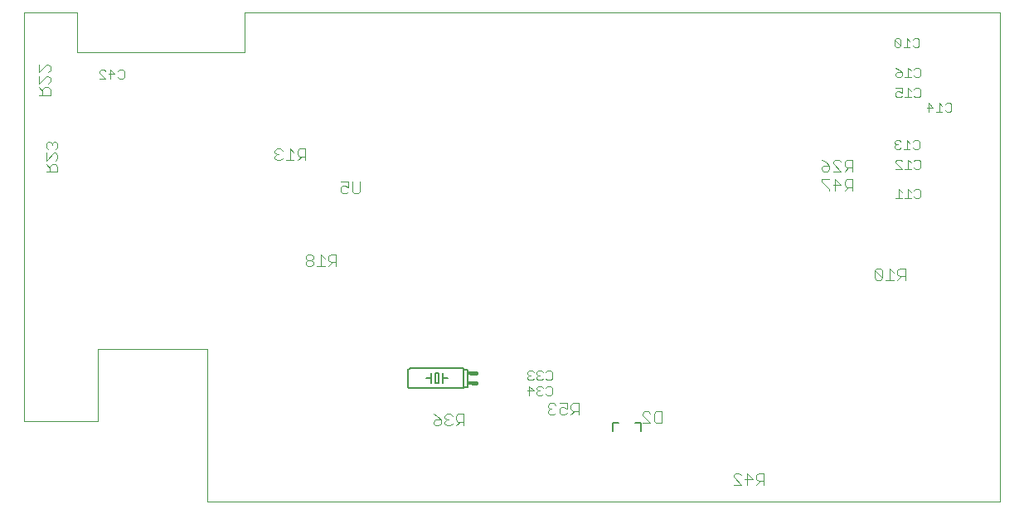
<source format=gbo>
G75*
%MOIN*%
%OFA0B0*%
%FSLAX24Y24*%
%IPPOS*%
%LPD*%
%AMOC8*
5,1,8,0,0,1.08239X$1,22.5*
%
%ADD10C,0.0000*%
%ADD11C,0.0040*%
%ADD12C,0.0030*%
%ADD13C,0.0060*%
%ADD14C,0.0160*%
%ADD15R,0.0230X0.0160*%
D10*
X013330Y005412D02*
X013330Y021869D01*
X015456Y021869D01*
X015456Y020254D01*
X022189Y020254D01*
X022189Y021869D01*
X052543Y021869D01*
X052543Y002183D01*
X020693Y002183D01*
X020693Y008325D01*
X016283Y008325D01*
X016283Y005412D01*
X013330Y005412D01*
D11*
X024636Y011735D02*
X024713Y011658D01*
X024866Y011658D01*
X024943Y011735D01*
X024943Y011812D01*
X024866Y011888D01*
X024713Y011888D01*
X024636Y011812D01*
X024636Y011735D01*
X024713Y011888D02*
X024636Y011965D01*
X024636Y012042D01*
X024713Y012119D01*
X024866Y012119D01*
X024943Y012042D01*
X024943Y011965D01*
X024866Y011888D01*
X025096Y011658D02*
X025403Y011658D01*
X025250Y011658D02*
X025250Y012119D01*
X025403Y011965D01*
X025557Y011888D02*
X025633Y011812D01*
X025864Y011812D01*
X025864Y011658D02*
X025864Y012119D01*
X025633Y012119D01*
X025557Y012042D01*
X025557Y011888D01*
X025710Y011812D02*
X025557Y011658D01*
X026126Y014583D02*
X026049Y014660D01*
X026049Y014814D01*
X026126Y014890D01*
X026202Y014890D01*
X026356Y014814D01*
X026356Y015044D01*
X026049Y015044D01*
X026509Y015044D02*
X026509Y014660D01*
X026586Y014583D01*
X026740Y014583D01*
X026816Y014660D01*
X026816Y015044D01*
X026356Y014660D02*
X026279Y014583D01*
X026126Y014583D01*
X024623Y015918D02*
X024623Y016378D01*
X024393Y016378D01*
X024316Y016302D01*
X024316Y016148D01*
X024393Y016071D01*
X024623Y016071D01*
X024470Y016071D02*
X024316Y015918D01*
X024163Y015918D02*
X023856Y015918D01*
X024010Y015918D02*
X024010Y016378D01*
X024163Y016225D01*
X023703Y016302D02*
X023626Y016378D01*
X023472Y016378D01*
X023396Y016302D01*
X023396Y016225D01*
X023472Y016148D01*
X023396Y016071D01*
X023396Y015995D01*
X023472Y015918D01*
X023626Y015918D01*
X023703Y015995D01*
X023549Y016148D02*
X023472Y016148D01*
X014663Y016133D02*
X014663Y015979D01*
X014586Y015903D01*
X014586Y015749D02*
X014433Y015749D01*
X014356Y015673D01*
X014356Y015442D01*
X014203Y015442D02*
X014663Y015442D01*
X014663Y015673D01*
X014586Y015749D01*
X014356Y015596D02*
X014203Y015749D01*
X014203Y015903D02*
X014510Y016210D01*
X014586Y016210D01*
X014663Y016133D01*
X014586Y016363D02*
X014663Y016440D01*
X014663Y016593D01*
X014586Y016670D01*
X014510Y016670D01*
X014433Y016593D01*
X014356Y016670D01*
X014279Y016670D01*
X014203Y016593D01*
X014203Y016440D01*
X014279Y016363D01*
X014203Y016210D02*
X014203Y015903D01*
X014433Y016517D02*
X014433Y016593D01*
X014368Y018540D02*
X014368Y018770D01*
X014291Y018847D01*
X014138Y018847D01*
X014061Y018770D01*
X014061Y018540D01*
X013907Y018540D02*
X014368Y018540D01*
X014061Y018694D02*
X013907Y018847D01*
X013907Y019000D02*
X014214Y019307D01*
X014291Y019307D01*
X014368Y019231D01*
X014368Y019077D01*
X014291Y019000D01*
X013907Y019000D02*
X013907Y019307D01*
X013907Y019461D02*
X014214Y019768D01*
X014291Y019768D01*
X014368Y019691D01*
X014368Y019538D01*
X014291Y019461D01*
X013907Y019461D02*
X013907Y019768D01*
X034375Y006069D02*
X034375Y005993D01*
X034452Y005916D01*
X034375Y005839D01*
X034375Y005762D01*
X034452Y005686D01*
X034605Y005686D01*
X034682Y005762D01*
X034836Y005762D02*
X034912Y005686D01*
X035066Y005686D01*
X035143Y005762D01*
X035143Y005916D02*
X034989Y005993D01*
X034912Y005993D01*
X034836Y005916D01*
X034836Y005762D01*
X035143Y005916D02*
X035143Y006146D01*
X034836Y006146D01*
X034682Y006069D02*
X034605Y006146D01*
X034452Y006146D01*
X034375Y006069D01*
X034452Y005916D02*
X034529Y005916D01*
X035296Y005916D02*
X035373Y005839D01*
X035603Y005839D01*
X035603Y005686D02*
X035603Y006146D01*
X035373Y006146D01*
X035296Y006069D01*
X035296Y005916D01*
X035450Y005839D02*
X035296Y005686D01*
X038175Y005662D02*
X038175Y005739D01*
X038252Y005815D01*
X038405Y005815D01*
X038482Y005739D01*
X038635Y005739D02*
X038712Y005815D01*
X038942Y005815D01*
X038942Y005355D01*
X038712Y005355D01*
X038635Y005432D01*
X038635Y005739D01*
X038482Y005355D02*
X038175Y005355D01*
X038482Y005355D02*
X038175Y005662D01*
X041836Y003254D02*
X041913Y003331D01*
X042066Y003331D01*
X042143Y003254D01*
X042296Y003101D02*
X042603Y003101D01*
X042373Y003331D01*
X042373Y002871D01*
X042143Y002871D02*
X041836Y003178D01*
X041836Y003254D01*
X041836Y002871D02*
X042143Y002871D01*
X042757Y002871D02*
X042910Y003024D01*
X042833Y003024D02*
X043064Y003024D01*
X043064Y002871D02*
X043064Y003331D01*
X042833Y003331D01*
X042757Y003254D01*
X042757Y003101D01*
X042833Y003024D01*
X030997Y005253D02*
X030997Y005713D01*
X030766Y005713D01*
X030690Y005636D01*
X030690Y005483D01*
X030766Y005406D01*
X030997Y005406D01*
X030843Y005406D02*
X030690Y005253D01*
X030536Y005329D02*
X030460Y005253D01*
X030306Y005253D01*
X030229Y005329D01*
X030229Y005406D01*
X030306Y005483D01*
X030383Y005483D01*
X030306Y005483D02*
X030229Y005560D01*
X030229Y005636D01*
X030306Y005713D01*
X030460Y005713D01*
X030536Y005636D01*
X030076Y005483D02*
X029846Y005483D01*
X029769Y005406D01*
X029769Y005329D01*
X029846Y005253D01*
X029999Y005253D01*
X030076Y005329D01*
X030076Y005483D01*
X029922Y005636D01*
X029769Y005713D01*
X045686Y014682D02*
X045686Y014759D01*
X045379Y015065D01*
X045379Y015142D01*
X045686Y015142D01*
X045916Y015142D02*
X046147Y014912D01*
X045840Y014912D01*
X045916Y014682D02*
X045916Y015142D01*
X045840Y015469D02*
X046147Y015469D01*
X045840Y015776D01*
X045840Y015853D01*
X045916Y015930D01*
X046070Y015930D01*
X046147Y015853D01*
X046300Y015853D02*
X046300Y015699D01*
X046377Y015623D01*
X046607Y015623D01*
X046453Y015623D02*
X046300Y015469D01*
X046607Y015469D02*
X046607Y015930D01*
X046377Y015930D01*
X046300Y015853D01*
X045686Y015699D02*
X045686Y015546D01*
X045609Y015469D01*
X045456Y015469D01*
X045379Y015546D01*
X045379Y015623D01*
X045456Y015699D01*
X045686Y015699D01*
X045533Y015853D01*
X045379Y015930D01*
X046300Y015065D02*
X046300Y014912D01*
X046377Y014835D01*
X046607Y014835D01*
X046607Y014682D02*
X046607Y015142D01*
X046377Y015142D01*
X046300Y015065D01*
X046453Y014835D02*
X046300Y014682D01*
X047582Y011560D02*
X047505Y011483D01*
X047812Y011176D01*
X047735Y011099D01*
X047582Y011099D01*
X047505Y011176D01*
X047505Y011483D01*
X047582Y011560D02*
X047735Y011560D01*
X047812Y011483D01*
X047812Y011176D01*
X047966Y011099D02*
X048273Y011099D01*
X048426Y011099D02*
X048579Y011253D01*
X048503Y011253D02*
X048733Y011253D01*
X048733Y011099D02*
X048733Y011560D01*
X048503Y011560D01*
X048426Y011483D01*
X048426Y011329D01*
X048503Y011253D01*
X048273Y011406D02*
X048119Y011560D01*
X048119Y011099D01*
D12*
X048356Y014387D02*
X048602Y014387D01*
X048724Y014387D02*
X048971Y014387D01*
X048847Y014387D02*
X048847Y014758D01*
X048971Y014634D01*
X049092Y014696D02*
X049154Y014758D01*
X049277Y014758D01*
X049339Y014696D01*
X049339Y014449D01*
X049277Y014387D01*
X049154Y014387D01*
X049092Y014449D01*
X048602Y014634D02*
X048479Y014758D01*
X048479Y014387D01*
X048356Y015569D02*
X048602Y015569D01*
X048356Y015815D01*
X048356Y015877D01*
X048417Y015939D01*
X048541Y015939D01*
X048602Y015877D01*
X048847Y015939D02*
X048971Y015815D01*
X049092Y015877D02*
X049154Y015939D01*
X049277Y015939D01*
X049339Y015877D01*
X049339Y015630D01*
X049277Y015569D01*
X049154Y015569D01*
X049092Y015630D01*
X048971Y015569D02*
X048724Y015569D01*
X048847Y015569D02*
X048847Y015939D01*
X048808Y016356D02*
X048808Y016726D01*
X048931Y016603D01*
X049053Y016665D02*
X049114Y016726D01*
X049238Y016726D01*
X049300Y016665D01*
X049300Y016418D01*
X049238Y016356D01*
X049114Y016356D01*
X049053Y016418D01*
X048931Y016356D02*
X048684Y016356D01*
X048563Y016418D02*
X048501Y016356D01*
X048378Y016356D01*
X048316Y016418D01*
X048316Y016479D01*
X048378Y016541D01*
X048440Y016541D01*
X048378Y016541D02*
X048316Y016603D01*
X048316Y016665D01*
X048378Y016726D01*
X048501Y016726D01*
X048563Y016665D01*
X049677Y017852D02*
X049677Y018222D01*
X049862Y018037D01*
X049615Y018037D01*
X049984Y017852D02*
X050231Y017852D01*
X050107Y017852D02*
X050107Y018222D01*
X050231Y018099D01*
X050352Y018161D02*
X050414Y018222D01*
X050537Y018222D01*
X050599Y018161D01*
X050599Y017914D01*
X050537Y017852D01*
X050414Y017852D01*
X050352Y017914D01*
X049339Y018504D02*
X049277Y018443D01*
X049154Y018443D01*
X049092Y018504D01*
X048971Y018443D02*
X048724Y018443D01*
X048847Y018443D02*
X048847Y018813D01*
X048971Y018689D01*
X049092Y018751D02*
X049154Y018813D01*
X049277Y018813D01*
X049339Y018751D01*
X049339Y018504D01*
X048602Y018504D02*
X048541Y018443D01*
X048417Y018443D01*
X048356Y018504D01*
X048356Y018628D01*
X048417Y018689D01*
X048479Y018689D01*
X048602Y018628D01*
X048602Y018813D01*
X048356Y018813D01*
X048417Y019261D02*
X048356Y019323D01*
X048356Y019385D01*
X048417Y019447D01*
X048602Y019447D01*
X048602Y019323D01*
X048541Y019261D01*
X048417Y019261D01*
X048602Y019447D02*
X048479Y019570D01*
X048356Y019632D01*
X048847Y019632D02*
X048847Y019261D01*
X048724Y019261D02*
X048971Y019261D01*
X049092Y019323D02*
X049154Y019261D01*
X049277Y019261D01*
X049339Y019323D01*
X049339Y019570D01*
X049277Y019632D01*
X049154Y019632D01*
X049092Y019570D01*
X048971Y019508D02*
X048847Y019632D01*
X048804Y020446D02*
X048804Y020817D01*
X048927Y020693D01*
X049049Y020755D02*
X049111Y020817D01*
X049234Y020817D01*
X049296Y020755D01*
X049296Y020508D01*
X049234Y020446D01*
X049111Y020446D01*
X049049Y020508D01*
X048927Y020446D02*
X048681Y020446D01*
X048559Y020508D02*
X048312Y020755D01*
X048312Y020508D01*
X048374Y020446D01*
X048497Y020446D01*
X048559Y020508D01*
X048559Y020755D01*
X048497Y020817D01*
X048374Y020817D01*
X048312Y020755D01*
X034538Y007383D02*
X034538Y007136D01*
X034477Y007074D01*
X034353Y007074D01*
X034292Y007136D01*
X034170Y007136D02*
X034108Y007074D01*
X033985Y007074D01*
X033923Y007136D01*
X033923Y007197D01*
X033985Y007259D01*
X034047Y007259D01*
X033985Y007259D02*
X033923Y007321D01*
X033923Y007383D01*
X033985Y007444D01*
X034108Y007444D01*
X034170Y007383D01*
X034292Y007383D02*
X034353Y007444D01*
X034477Y007444D01*
X034538Y007383D01*
X033802Y007383D02*
X033740Y007444D01*
X033617Y007444D01*
X033555Y007383D01*
X033555Y007321D01*
X033617Y007259D01*
X033555Y007197D01*
X033555Y007136D01*
X033617Y007074D01*
X033740Y007074D01*
X033802Y007136D01*
X033678Y007259D02*
X033617Y007259D01*
X033617Y006834D02*
X033802Y006649D01*
X033555Y006649D01*
X033617Y006464D02*
X033617Y006834D01*
X033923Y006772D02*
X033985Y006834D01*
X034108Y006834D01*
X034170Y006772D01*
X034292Y006772D02*
X034353Y006834D01*
X034477Y006834D01*
X034538Y006772D01*
X034538Y006526D01*
X034477Y006464D01*
X034353Y006464D01*
X034292Y006526D01*
X034170Y006526D02*
X034108Y006464D01*
X033985Y006464D01*
X033923Y006526D01*
X033923Y006587D01*
X033985Y006649D01*
X034047Y006649D01*
X033985Y006649D02*
X033923Y006711D01*
X033923Y006772D01*
X017334Y019252D02*
X017272Y019190D01*
X017149Y019190D01*
X017087Y019252D01*
X016965Y019375D02*
X016780Y019561D01*
X016780Y019190D01*
X016597Y019190D02*
X016350Y019437D01*
X016350Y019499D01*
X016412Y019561D01*
X016535Y019561D01*
X016597Y019499D01*
X016719Y019375D02*
X016965Y019375D01*
X017087Y019499D02*
X017149Y019561D01*
X017272Y019561D01*
X017334Y019499D01*
X017334Y019252D01*
X016597Y019190D02*
X016350Y019190D01*
D13*
X028745Y007444D02*
X028745Y006844D01*
X028747Y006827D01*
X028751Y006810D01*
X028758Y006794D01*
X028768Y006780D01*
X028781Y006767D01*
X028795Y006757D01*
X028811Y006750D01*
X028828Y006746D01*
X028845Y006744D01*
X030995Y006744D01*
X030995Y006794D01*
X030995Y007494D01*
X030995Y007544D01*
X028845Y007544D01*
X028828Y007542D01*
X028811Y007538D01*
X028795Y007531D01*
X028781Y007521D01*
X028768Y007508D01*
X028758Y007494D01*
X028751Y007478D01*
X028747Y007461D01*
X028745Y007444D01*
X029495Y007144D02*
X029695Y007144D01*
X029695Y006944D01*
X029845Y006944D02*
X029845Y007344D01*
X029995Y007344D01*
X029995Y006944D01*
X029845Y006944D01*
X029695Y007144D02*
X029695Y007344D01*
X030145Y007344D02*
X030145Y007144D01*
X030145Y006944D01*
X030145Y007144D02*
X030345Y007144D01*
X030995Y006794D02*
X031145Y006794D01*
X031145Y007494D01*
X030995Y007494D01*
X036983Y005357D02*
X036983Y005037D01*
X036983Y005357D02*
X037203Y005357D01*
X037883Y005357D02*
X038103Y005357D01*
X038103Y005037D01*
D14*
X031495Y006944D02*
X031345Y006944D01*
X031295Y007344D02*
X031495Y007344D01*
D15*
X031280Y007344D03*
X031280Y006944D03*
M02*

</source>
